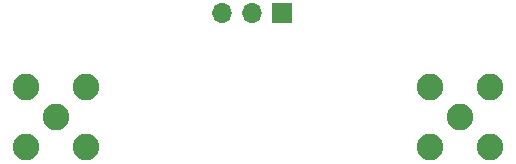
<source format=gbs>
G04 #@! TF.GenerationSoftware,KiCad,Pcbnew,6.0.11+dfsg-1*
G04 #@! TF.CreationDate,2024-04-10T12:01:03+02:00*
G04 #@! TF.ProjectId,Nehari_Chauveliere_aase_dephaseur,4e656861-7269-45f4-9368-617576656c69,rev?*
G04 #@! TF.SameCoordinates,Original*
G04 #@! TF.FileFunction,Soldermask,Bot*
G04 #@! TF.FilePolarity,Negative*
%FSLAX46Y46*%
G04 Gerber Fmt 4.6, Leading zero omitted, Abs format (unit mm)*
G04 Created by KiCad (PCBNEW 6.0.11+dfsg-1) date 2024-04-10 12:01:03*
%MOMM*%
%LPD*%
G01*
G04 APERTURE LIST*
%ADD10C,2.250000*%
%ADD11R,1.700000X1.700000*%
%ADD12O,1.700000X1.700000*%
G04 APERTURE END LIST*
D10*
X150876000Y-80899000D03*
X148336000Y-78359000D03*
X153416000Y-83439000D03*
X153416000Y-78359000D03*
X148336000Y-83439000D03*
X119139000Y-78359000D03*
X114059000Y-83439000D03*
X114059000Y-78359000D03*
X119139000Y-83439000D03*
X116599000Y-80899000D03*
D11*
X135763000Y-72136000D03*
D12*
X133223000Y-72136000D03*
X130683000Y-72136000D03*
M02*

</source>
